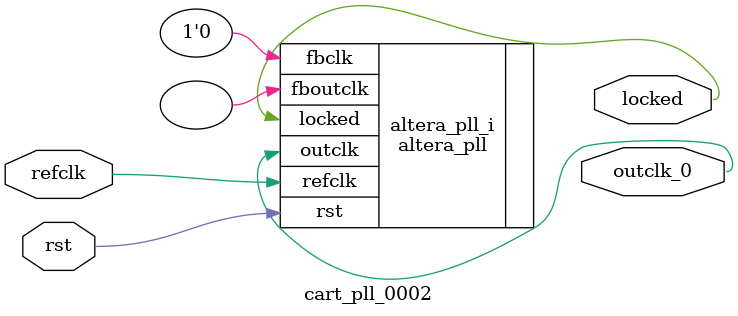
<source format=v>
`timescale 1ns/10ps
module  cart_pll_0002(

	// interface 'refclk'
	input wire refclk,

	// interface 'reset'
	input wire rst,

	// interface 'outclk0'
	output wire outclk_0,

	// interface 'locked'
	output wire locked
);

	altera_pll #(
		.fractional_vco_multiplier("true"),
		.reference_clock_frequency("74.25 MHz"),
		.operation_mode("direct"),
		.number_of_clocks(1),
		.output_clock_frequency0("6.285402 MHz"),
		.phase_shift0("0 ps"),
		.duty_cycle0(50),
		.output_clock_frequency1("0 MHz"),
		.phase_shift1("0 ps"),
		.duty_cycle1(50),
		.output_clock_frequency2("0 MHz"),
		.phase_shift2("0 ps"),
		.duty_cycle2(50),
		.output_clock_frequency3("0 MHz"),
		.phase_shift3("0 ps"),
		.duty_cycle3(50),
		.output_clock_frequency4("0 MHz"),
		.phase_shift4("0 ps"),
		.duty_cycle4(50),
		.output_clock_frequency5("0 MHz"),
		.phase_shift5("0 ps"),
		.duty_cycle5(50),
		.output_clock_frequency6("0 MHz"),
		.phase_shift6("0 ps"),
		.duty_cycle6(50),
		.output_clock_frequency7("0 MHz"),
		.phase_shift7("0 ps"),
		.duty_cycle7(50),
		.output_clock_frequency8("0 MHz"),
		.phase_shift8("0 ps"),
		.duty_cycle8(50),
		.output_clock_frequency9("0 MHz"),
		.phase_shift9("0 ps"),
		.duty_cycle9(50),
		.output_clock_frequency10("0 MHz"),
		.phase_shift10("0 ps"),
		.duty_cycle10(50),
		.output_clock_frequency11("0 MHz"),
		.phase_shift11("0 ps"),
		.duty_cycle11(50),
		.output_clock_frequency12("0 MHz"),
		.phase_shift12("0 ps"),
		.duty_cycle12(50),
		.output_clock_frequency13("0 MHz"),
		.phase_shift13("0 ps"),
		.duty_cycle13(50),
		.output_clock_frequency14("0 MHz"),
		.phase_shift14("0 ps"),
		.duty_cycle14(50),
		.output_clock_frequency15("0 MHz"),
		.phase_shift15("0 ps"),
		.duty_cycle15(50),
		.output_clock_frequency16("0 MHz"),
		.phase_shift16("0 ps"),
		.duty_cycle16(50),
		.output_clock_frequency17("0 MHz"),
		.phase_shift17("0 ps"),
		.duty_cycle17(50),
		.pll_type("General"),
		.pll_subtype("General")
	) altera_pll_i (
		.rst	(rst),
		.outclk	({outclk_0}),
		.locked	(locked),
		.fboutclk	( ),
		.fbclk	(1'b0),
		.refclk	(refclk)
	);
endmodule


</source>
